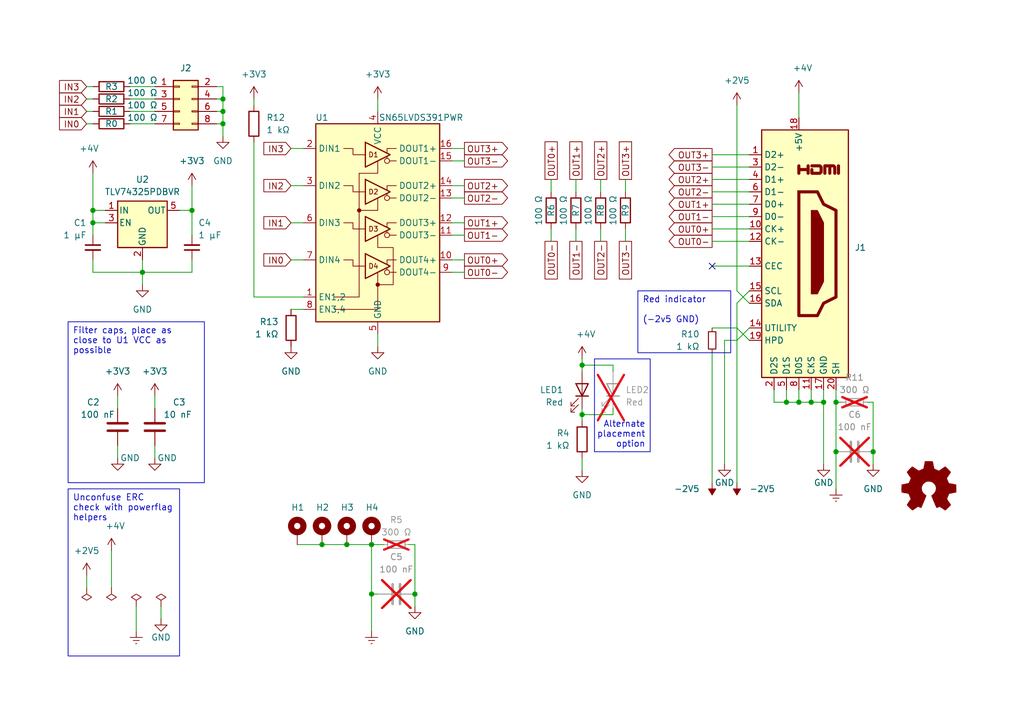
<source format=kicad_sch>
(kicad_sch (version 20230121) (generator eeschema)
  (paper "A5")
  (title_block (title "LaPOD SN65LVDS pod") (company "Sergey Petrukhin, Peter Lampe, Nikki Smith & Olliver Schinagl") (comment 1 "AGPLv3 © 2023 Olliver Schinagl et al"))
  (lib_symbols
    (symbol "+4V_3" (power) (pin_names (offset 0))
      (property "Value" "+4V_3" (at 0 3.556 0))
      (symbol "+4V_3_0_1"
        (polyline (pts (xy -0.762 1.27) (xy 0 2.54)))
        (polyline (pts (xy 0 0) (xy 0 2.54)))
        (polyline (pts (xy 0 2.54) (xy 0.762 1.27)))
      )
      (symbol "+4V_3_1_1"
        (pin power_in line (at 0 0 90) (length 0) hide (name "+4V") (number "1"))
      )
    )
    (symbol "Connector:HDMI_A"
      (property "Reference" "J1" (at 11.43 1.27 0))
      (symbol "HDMI_A_0_0"
        (polyline (pts (xy 8.128 16.51) (xy 8.128 18.034)) (stroke (width 0.635)))
        (polyline (pts (xy 0 16.51) (xy 0 18.034) (xy 0 17.272) (xy 1.905 17.272) (xy 1.905 18.034) (xy 1.905 16.51)) (stroke (width 0.635)))
        (polyline (pts (xy 2.667 18.034) (xy 4.318 18.034) (xy 4.572 17.78) (xy 4.572 16.764) (xy 4.318 16.51) (xy 2.667 16.51) (xy 2.667 17.272)) (stroke (width 0.635)))
      )
      (symbol "HDMI_A_0_1"
        (rectangle (start -7.62 25.4) (end 10.16 -25.4) (stroke (width 0.254)) (fill (type background)))
        (polyline (pts (xy 2.54 8.89) (xy 3.81 8.89) (xy 5.08 6.35) (xy 5.08 -5.715) (xy 3.81 -8.255) (xy 2.54 -8.255) (xy 2.54 8.89)) (fill (type outline)))
        (polyline (pts (xy 5.334 16.51) (xy 5.334 18.034) (xy 6.35 18.034) (xy 6.35 16.51) (xy 6.35 18.034) (xy 7.112 18.034) (xy 7.366 17.78) (xy 7.366 16.51)) (stroke (width 0.635)))
        (polyline (pts (xy 0 12.7) (xy 0 -12.7) (xy 3.81 -12.7) (xy 5.08 -10.16) (xy 7.62 -8.89) (xy 7.62 8.89) (xy 5.08 10.16) (xy 3.81 12.7) (xy 0 12.7)) (stroke (width 0.635)))
      )
      (symbol "HDMI_A_1_1"
        (pin passive line (at -10.16 20.32 0) (length 2.54) (name "D2+") (number "1"))
        (pin passive line (at -10.16 5.08 0) (length 2.54) (name "CK+") (number "10"))
        (pin power_in line (at 2.54 -27.94 90) (length 2.54) (name "CKS") (number "11"))
        (pin passive line (at -10.16 2.54 0) (length 2.54) (name "CK-") (number "12"))
        (pin bidirectional line (at -10.16 -2.54 0) (length 2.54) (name "CEC") (number "13"))
        (pin passive line (at -10.16 -15.24 0) (length 2.54) (name "UTILITY") (number "14"))
        (pin power_out line (at -10.16 -7.62 0) (length 2.54) (name "SCL") (number "15"))
        (pin power_in line (at -10.16 -10.16 0) (length 2.54) (name "SDA") (number "16"))
        (pin power_in line (at 5.08 -27.94 90) (length 2.54) (name "GND") (number "17"))
        (pin power_in line (at 0 27.94 270) (length 2.54) (name "+5V") (number "18"))
        (pin passive line (at -10.16 -17.78 0) (length 2.54) (name "HPD") (number "19"))
        (pin power_in line (at -5.08 -27.94 90) (length 2.54) (name "D2S") (number "2"))
        (pin passive line (at 7.62 -27.94 90) (length 2.54) (name "SH") (number "20"))
        (pin passive line (at -10.16 17.78 0) (length 2.54) (name "D2-") (number "3"))
        (pin passive line (at -10.16 15.24 0) (length 2.54) (name "D1+") (number "4"))
        (pin power_in line (at -2.54 -27.94 90) (length 2.54) (name "D1S") (number "5"))
        (pin passive line (at -10.16 12.7 0) (length 2.54) (name "D1-") (number "6"))
        (pin passive line (at -10.16 10.16 0) (length 2.54) (name "D0+") (number "7"))
        (pin power_in line (at 0 -27.94 90) (length 2.54) (name "D0S") (number "8"))
        (pin passive line (at -10.16 7.62 0) (length 2.54) (name "D0-") (number "9"))
      )
    )
    (symbol "Connector_Generic:Conn_02x04_Odd_Even" (pin_names (offset 1.016) hide)
      (property "Reference" "J" (at 1.27 5.08 0))
      (property "Value" "Conn_02x04_Odd_Even" (at 1.27 -7.62 0))
      (symbol "Conn_02x04_Odd_Even_1_1"
        (rectangle (start -1.27 -4.953) (end 0 -5.207) (stroke (width 0.1524)))
        (rectangle (start -1.27 -2.413) (end 0 -2.667) (stroke (width 0.1524)))
        (rectangle (start -1.27 0.127) (end 0 -0.127) (stroke (width 0.1524)))
        (rectangle (start -1.27 2.667) (end 0 2.413) (stroke (width 0.1524)))
        (rectangle (start -1.27 3.81) (end 3.81 -6.35) (stroke (width 0.254)) (fill (type background)))
        (rectangle (start 3.81 -4.953) (end 2.54 -5.207) (stroke (width 0.1524)))
        (rectangle (start 3.81 -2.413) (end 2.54 -2.667) (stroke (width 0.1524)))
        (rectangle (start 3.81 0.127) (end 2.54 -0.127) (stroke (width 0.1524)))
        (rectangle (start 3.81 2.667) (end 2.54 2.413) (stroke (width 0.1524)))
        (pin passive line (at -5.08 2.54 0) (length 3.81) (name "Pin_1") (number "1"))
        (pin passive line (at 7.62 2.54 180) (length 3.81) (name "Pin_2") (number "2"))
        (pin passive line (at -5.08 0 0) (length 3.81) (name "Pin_3") (number "3"))
        (pin passive line (at 7.62 0 180) (length 3.81) (name "Pin_4") (number "4"))
        (pin passive line (at -5.08 -2.54 0) (length 3.81) (name "Pin_5") (number "5"))
        (pin passive line (at 7.62 -2.54 180) (length 3.81) (name "Pin_6") (number "6"))
        (pin passive line (at -5.08 -5.08 0) (length 3.81) (name "Pin_7") (number "7"))
        (pin passive line (at 7.62 -5.08 180) (length 3.81) (name "Pin_8") (number "8"))
      )
    )
    (symbol "Device:C" (pin_numbers hide) (pin_names (offset 0.254))
      (property "Reference" "C" (at 0.635 2.54 0))
      (property "Value" "C" (at 0.635 -2.54 0))
      (symbol "C_0_1"
        (polyline (pts (xy -2.032 -0.762) (xy 2.032 -0.762)) (stroke (width 0.508)))
        (polyline (pts (xy -2.032 0.762) (xy 2.032 0.762)) (stroke (width 0.508)))
      )
      (symbol "C_1_1"
        (pin passive line (at 0 3.81 270) (length 2.794) (name "~") (number "1"))
        (pin passive line (at 0 -3.81 90) (length 2.794) (name "~") (number "2"))
      )
    )
    (symbol "Device:C_Small" (pin_numbers hide) (pin_names (offset 0.254) hide)
      (property "Reference" "C" (at 0.254 1.778 0))
      (property "Value" "C_Small" (at 0.254 -2.032 0))
      (symbol "C_Small_0_1"
        (polyline (pts (xy -1.524 -0.508) (xy 1.524 -0.508)) (stroke (width 0.3302)))
        (polyline (pts (xy -1.524 0.508) (xy 1.524 0.508)) (stroke (width 0.3048)))
      )
      (symbol "C_Small_1_1"
        (pin passive line (at 0 2.54 270) (length 2.032) (name "~") (number "1"))
        (pin passive line (at 0 -2.54 90) (length 2.032) (name "~") (number "2"))
      )
    )
    (symbol "Device:LED" (pin_numbers hide) (pin_names (offset 1.016) hide)
      (property "Reference" "D" (at 0 2.54 0))
      (property "Value" "LED" (at 0 -2.54 0))
      (symbol "LED_0_1"
        (polyline (pts (xy -1.27 -1.27) (xy -1.27 1.27)) (stroke (width 0.254)))
        (polyline (pts (xy -1.27 0) (xy 1.27 0)))
        (polyline (pts (xy 1.27 -1.27) (xy 1.27 1.27) (xy -1.27 0) (xy 1.27 -1.27)) (stroke (width 0.254)))
        (polyline (pts (xy -3.048 -0.762) (xy -4.572 -2.286) (xy -3.81 -2.286) (xy -4.572 -2.286) (xy -4.572 -1.524)))
        (polyline (pts (xy -1.778 -0.762) (xy -3.302 -2.286) (xy -2.54 -2.286) (xy -3.302 -2.286) (xy -3.302 -1.524)))
      )
      (symbol "LED_1_1"
        (pin passive line (at -3.81 0 0) (length 2.54) (name "K") (number "1"))
        (pin passive line (at 3.81 0 180) (length 2.54) (name "A") (number "2"))
      )
    )
    (symbol "Device:R" (pin_numbers hide) (pin_names (offset 0))
      (property "Reference" "R" (at 2.032 0 90))
      (property "Value" "R" (at 0 0 90))
      (symbol "R_0_1"
        (rectangle (start -1.016 -2.54) (end 1.016 2.54) (stroke (width 0.254)))
      )
      (symbol "R_1_1"
        (pin passive line (at 0 3.81 270) (length 1.27) (name "~") (number "1"))
        (pin passive line (at 0 -3.81 90) (length 1.27) (name "~") (number "2"))
      )
    )
    (symbol "Device:R_Small" (pin_numbers hide) (pin_names (offset 0.254) hide)
      (property "Reference" "R" (at 0.762 0.508 0))
      (property "Value" "R_Small" (at 0.762 -1.016 0))
      (symbol "R_Small_0_1"
        (rectangle (start -0.762 1.778) (end 0.762 -1.778) (stroke (width 0.2032)))
      )
      (symbol "R_Small_1_1"
        (pin passive line (at 0 2.54 270) (length 0.762) (name "~") (number "1"))
        (pin passive line (at 0 -2.54 90) (length 0.762) (name "~") (number "2"))
      )
    )
    (symbol "GND_7" (power) (pin_names (offset 0))
      (property "Value" "GND_7" (at 0 -3.81 0))
      (symbol "GND_7_0_1"
        (polyline (pts (xy 0 0) (xy 0 -1.27) (xy 1.27 -1.27) (xy 0 -2.54) (xy -1.27 -1.27) (xy 0 -1.27)))
      )
      (symbol "GND_7_1_1"
        (pin power_in line (at 0 0 270) (length 0) hide (name "GND") (number "1"))
      )
    )
    (symbol "Graphic:Logo_Open_Hardware_Small" (in_bom no) (on_board no)
      (symbol "Logo_Open_Hardware_Small_0_1"
        (polyline (pts (xy 3.3528 -4.3434) (xy 3.302 -4.318) (xy 3.175 -4.2418) (xy 2.9972 -4.1148) (xy 2.7686 -3.9624) (xy 2.54 -3.81) (xy 2.3622 -3.7084) (xy 2.2352 -3.6068) (xy 2.1844 -3.5814) (xy 2.159 -3.6068) (xy 2.0574 -3.6576) (xy 1.905 -3.7338) (xy 1.8034 -3.7846) (xy 1.6764 -3.8354) (xy 1.6002 -3.8354) (xy 1.6002 -3.8354) (xy 1.5494 -3.7338) (xy 1.4732 -3.5306) (xy 1.3462 -3.302) (xy 1.2446 -3.0226) (xy 1.1176 -2.7178) (xy 0.9652 -2.413) (xy 0.8636 -2.1082) (xy 0.7366 -1.8288) (xy 0.6604 -1.6256) (xy 0.6096 -1.4732) (xy 0.5842 -1.397) (xy 0.5842 -1.397) (xy 0.6604 -1.3208) (xy 0.7874 -1.2446) (xy 1.0414 -1.016) (xy 1.2954 -0.6858) (xy 1.4478 -0.3302) (xy 1.524 0.0762) (xy 1.4732 0.4572) (xy 1.3208 0.8128) (xy 1.0668 1.143) (xy 0.762 1.3716) (xy 0.4064 1.524) (xy 0 1.5748) (xy -0.381 1.5494) (xy -0.7366 1.397) (xy -1.0668 1.143) (xy -1.2192 0.9906) (xy -1.397 0.6604) (xy -1.524 0.3048) (xy -1.524 0.2286) (xy -1.4986 -0.1778) (xy -1.397 -0.5334) (xy -1.1938 -0.8636) (xy -0.9144 -1.143) (xy -0.8636 -1.1684) (xy -0.7366 -1.27) (xy -0.635 -1.3462) (xy -0.5842 -1.397) (xy -1.0668 -2.5908) (xy -1.143 -2.794) (xy -1.2954 -3.1242) (xy -1.397 -3.4036) (xy -1.4986 -3.6322) (xy -1.5748 -3.7846) (xy -1.6002 -3.8354) (xy -1.6002 -3.8354) (xy -1.651 -3.8354) (xy -1.7272 -3.81) (xy -1.905 -3.7338) (xy -2.0066 -3.683) (xy -2.1336 -3.6068) (xy -2.2098 -3.5814) (xy -2.2606 -3.6068) (xy -2.3622 -3.683) (xy -2.54 -3.81) (xy -2.7686 -3.9624) (xy -2.9718 -4.0894) (xy -3.1496 -4.2164) (xy -3.302 -4.318) (xy -3.3528 -4.3434) (xy -3.3782 -4.3434) (xy -3.429 -4.318) (xy -3.5306 -4.2164) (xy -3.7084 -4.064) (xy -3.937 -3.8354) (xy -3.9624 -3.81) (xy -4.1656 -3.6068) (xy -4.318 -3.4544) (xy -4.4196 -3.3274) (xy -4.445 -3.2766) (xy -4.445 -3.2766) (xy -4.4196 -3.2258) (xy -4.318 -3.0734) (xy -4.2164 -2.8956) (xy -4.064 -2.667) (xy -3.6576 -2.0828) (xy -3.8862 -1.5494) (xy -3.937 -1.3716) (xy -4.0386 -1.1684) (xy -4.0894 -1.0414) (xy -4.1148 -0.9652) (xy -4.191 -0.9398) (xy -4.318 -0.9144) (xy -4.5466 -0.8636) (xy -4.8006 -0.8128) (xy -5.0546 -0.7874) (xy -5.2578 -0.7366) (xy -5.4356 -0.7112) (xy -5.5118 -0.6858) (xy -5.5118 -0.6858) (xy -5.5372 -0.635) (xy -5.5372 -0.5588) (xy -5.5372 -0.4318) (xy -5.5626 -0.2286) (xy -5.5626 0.0762) (xy -5.5626 0.127) (xy -5.5372 0.4064) (xy -5.5372 0.635) (xy -5.5372 0.762) (xy -5.5372 0.8382) (xy -5.5372 0.8382) (xy -5.461 0.8382) (xy -5.3086 0.889) (xy -5.08 0.9144) (xy -4.826 0.9652) (xy -4.8006 0.9906) (xy -4.5466 1.0414) (xy -4.318 1.0668) (xy -4.1656 1.1176) (xy -4.0894 1.143) (xy -4.0894 1.143) (xy -4.0386 1.2446) (xy -3.9624 1.4224) (xy -3.8608 1.6256) (xy -3.7846 1.8288) (xy -3.7084 2.0066) (xy -3.6576 2.159) (xy -3.6322 2.2098) (xy -3.6322 2.2098) (xy -3.683 2.286) (xy -3.7592 2.413) (xy -3.8862 2.5908) (xy -4.064 2.8194) (xy -4.064 2.8448) (xy -4.2164 3.0734) (xy -4.3434 3.2512) (xy -4.4196 3.3782) (xy -4.445 3.4544) (xy -4.445 3.4544) (xy -4.3942 3.5052) (xy -4.2926 3.6322) (xy -4.1148 3.81) (xy -3.937 4.0132) (xy -3.8608 4.064) (xy -3.6576 4.2926) (xy -3.5052 4.4196) (xy -3.4036 4.4958) (xy -3.3528 4.5212) (xy -3.3528 4.5212) (xy -3.302 4.4704) (xy -3.1496 4.3688) (xy -2.9718 4.2418) (xy -2.7432 4.0894) (xy -2.7178 4.0894) (xy -2.4892 3.937) (xy -2.3114 3.81) (xy -2.1844 3.7084) (xy -2.1336 3.683) (xy -2.1082 3.683) (xy -2.032 3.7084) (xy -1.8542 3.7592) (xy -1.6764 3.8354) (xy -1.4732 3.937) (xy -1.27 4.0132) (xy -1.143 4.064) (xy -1.0668 4.1148) (xy -1.0668 4.1148) (xy -1.0414 4.191) (xy -1.016 4.3434) (xy -0.9652 4.572) (xy -0.9144 4.8514) (xy -0.889 4.9022) (xy -0.8382 5.1562) (xy -0.8128 5.3848) (xy -0.7874 5.5372) (xy -0.762 5.588) (xy -0.7112 5.6134) (xy -0.5842 5.6134) (xy -0.4064 5.6134) (xy -0.1524 5.6134) (xy 0.0762 5.6134) (xy 0.3302 5.6134) (xy 0.5334 5.6134) (xy 0.6858 5.588) (xy 0.7366 5.588) (xy 0.7366 5.588) (xy 0.762 5.5118) (xy 0.8128 5.334) (xy 0.8382 5.1054) (xy 0.9144 4.826) (xy 0.9144 4.7752) (xy 0.9652 4.5212) (xy 1.016 4.2926) (xy 1.0414 4.1402) (xy 1.0668 4.0894) (xy 1.0668 4.0894) (xy 1.1938 4.0386) (xy 1.3716 3.9624) (xy 1.5748 3.8608) (xy 2.0828 3.6576) (xy 2.7178 4.0894) (xy 2.7686 4.1402) (xy 2.9972 4.2926) (xy 3.175 4.4196) (xy 3.302 4.4958) (xy 3.3782 4.5212) (xy 3.3782 4.5212) (xy 3.429 4.4704) (xy 3.556 4.3434) (xy 3.7338 4.191) (xy 3.9116 3.9878) (xy 4.064 3.8354) (xy 4.2418 3.6576) (xy 4.3434 3.556) (xy 4.4196 3.4798) (xy 4.4196 3.429) (xy 4.4196 3.4036) (xy 4.3942 3.3274) (xy 4.2926 3.2004) (xy 4.1656 2.9972) (xy 4.0132 2.794) (xy 3.8862 2.5908) (xy 3.7592 2.3876) (xy 3.6576 2.2352) (xy 3.6322 2.159) (xy 3.6322 2.1336) (xy 3.683 2.0066) (xy 3.7592 1.8288) (xy 3.8608 1.6002) (xy 4.064 1.1176) (xy 4.3942 1.0414) (xy 4.5974 1.016) (xy 4.8768 0.9652) (xy 5.1308 0.9144) (xy 5.5372 0.8382) (xy 5.5626 -0.6604) (xy 5.4864 -0.6858) (xy 5.4356 -0.6858) (xy 5.2832 -0.7366) (xy 5.0546 -0.762) (xy 4.8006 -0.8128) (xy 4.5974 -0.8636) (xy 4.3688 -0.9144) (xy 4.2164 -0.9398) (xy 4.1402 -0.9398) (xy 4.1148 -0.9652) (xy 4.064 -1.0668) (xy 3.9878 -1.2446) (xy 3.9116 -1.4478) (xy 3.81 -1.651) (xy 3.7338 -1.8542) (xy 3.683 -2.0066) (xy 3.6576 -2.0828) (xy 3.683 -2.1336) (xy 3.7846 -2.2606) (xy 3.8862 -2.4638) (xy 4.0386 -2.667) (xy 4.191 -2.8956) (xy 4.318 -3.0734) (xy 4.3942 -3.2004) (xy 4.445 -3.2766) (xy 4.4196 -3.3274) (xy 4.3434 -3.429) (xy 4.1656 -3.5814) (xy 3.937 -3.8354) (xy 3.8862 -3.8608) (xy 3.683 -4.064) (xy 3.5306 -4.2164) (xy 3.4036 -4.318) (xy 3.3528 -4.3434)) (fill (type outline)))
      )
    )
    (symbol "LCSC:SN65LVDS31D"
      (property "Reference" "U1" (at -11.43 19.05 0))
      (property "Value" "SN65LVDS391PWR" (at 8.89 19.05 0))
      (symbol "SN65LVDS31D_0_1"
        (polyline (pts (xy 1.905 -12.192) (xy 1.905 -11.811)))
        (polyline (pts (xy 1.905 -4.572) (xy 1.905 -4.191)))
        (polyline (pts (xy 1.905 3.048) (xy 1.905 3.429)))
        (polyline (pts (xy 1.905 10.668) (xy 1.905 11.049)))
        (polyline (pts (xy -8.89 -17.78) (xy -3.81 -17.78) (xy -3.81 7.62)))
        (polyline (pts (xy 0 10.16) (xy 0 7.62) (xy -3.81 7.62)))
        (polyline (pts (xy 3.81 -2.54) (xy 1.905 -2.54) (xy 1.905 -3.429)))
      )
      (symbol "SN65LVDS31D_1_0"
        (rectangle (start -12.7 17.78) (end 12.7 -22.86) (stroke (width 0.254)) (fill (type background)))
        (circle (center -3.81 0) (radius 0.3556) (fill (type outline)))
        (circle (center 0 -15.24) (radius 0.3556) (fill (type outline)))
        (polyline (pts (xy 3.81 -12.7) (xy 2.413 -12.7)))
        (polyline (pts (xy 3.81 -5.08) (xy 2.413 -5.08)))
        (polyline (pts (xy 3.81 2.54) (xy 2.413 2.54)))
        (polyline (pts (xy 3.81 10.16) (xy 2.413 10.16)))
        (polyline (pts (xy -8.89 -20.32) (xy 0 -20.32) (xy 0 -12.7)))
        (polyline (pts (xy -3.81 0) (xy 0 0) (xy 0 2.54)))
        (polyline (pts (xy 1.905 -11.049) (xy 1.905 -10.16) (xy 3.81 -10.16)))
        (polyline (pts (xy 1.905 4.191) (xy 1.905 5.08) (xy 3.81 5.08)))
        (polyline (pts (xy 1.905 11.811) (xy 1.905 12.7) (xy 3.81 12.7)))
        (polyline (pts (xy -2.54 -11.43) (xy -5.08 -11.43) (xy -5.08 -10.16) (xy -6.985 -10.16)))
        (polyline (pts (xy -2.54 -3.81) (xy -5.08 -3.81) (xy -5.08 -2.54) (xy -6.985 -2.54)))
        (polyline (pts (xy -2.54 3.81) (xy -5.08 3.81) (xy -5.08 5.08) (xy -6.985 5.08)))
        (polyline (pts (xy -2.54 11.43) (xy -5.08 11.43) (xy -5.08 12.7) (xy -6.985 12.7)))
        (polyline (pts (xy 0 -15.24) (xy 3.175 -15.24) (xy 3.175 -7.62) (xy 0 -7.62) (xy 0 -5.08)))
        (circle (center 1.905 -12.7) (radius 0.508))
        (circle (center 1.905 -5.08) (radius 0.508))
        (circle (center 1.905 2.54) (radius 0.508))
        (circle (center 1.905 10.16) (radius 0.508))
        (text "D1" (at -0.889 11.43 0) (effects (font (size 1.016 1.016))))
        (text "D2" (at -0.889 3.81 0) (effects (font (size 1.016 1.016))))
        (text "D3" (at -0.889 -3.81 0) (effects (font (size 1.016 1.016))))
        (text "D4" (at -0.889 -11.43 0) (effects (font (size 1.016 1.016))))
      )
      (symbol "SN65LVDS31D_1_1"
        (polyline (pts (xy -2.54 -8.89) (xy -2.54 -13.97) (xy 2.54 -11.43) (xy -2.54 -8.89)) (stroke (width 0.254)))
        (polyline (pts (xy -2.54 -1.27) (xy -2.54 -6.35) (xy 2.54 -3.81) (xy -2.54 -1.27)) (stroke (width 0.254)))
        (polyline (pts (xy -2.54 6.35) (xy -2.54 1.27) (xy 2.54 3.81) (xy -2.54 6.35)) (stroke (width 0.254)))
        (polyline (pts (xy -2.54 13.97) (xy -2.54 8.89) (xy 2.54 11.43) (xy -2.54 13.97)) (stroke (width 0.254)))
        (pin input line (at -15.24 -17.78 0) (length 2.54) (name "EN1,2") (number "1"))
        (pin output line (at 15.24 -10.16 180) (length 2.54) (name "DOUT4+") (number "10"))
        (pin output line (at 15.24 -5.08 180) (length 2.54) (name "DOUT3-") (number "11"))
        (pin output line (at 15.24 -2.54 180) (length 2.54) (name "DOUT3+") (number "12"))
        (pin output line (at 15.24 2.54 180) (length 2.54) (name "DOUT2-") (number "13"))
        (pin output line (at 15.24 5.08 180) (length 2.54) (name "DOUT2+") (number "14"))
        (pin output line (at 15.24 10.16 180) (length 2.54) (name "DOUT1-") (number "15"))
        (pin output line (at 15.24 12.7 180) (length 2.54) (name "DOUT1+") (number "16"))
        (pin input line (at -15.24 12.7 0) (length 2.54) (name "DIN1") (number "2"))
        (pin input line (at -15.24 5.08 0) (length 2.54) (name "DIN2") (number "3"))
        (pin power_in line (at 0 20.32 270) (length 2.54) (name "VCC") (number "4"))
        (pin power_in line (at 0 -25.4 90) (length 2.54) (name "GND") (number "5"))
        (pin input line (at -15.24 -2.54 0) (length 2.54) (name "DIN3") (number "6"))
        (pin input line (at -15.24 -10.16 0) (length 2.54) (name "DIN4") (number "7"))
        (pin input line (at -15.24 -20.32 0) (length 2.54) (name "EN3,4") (number "8"))
        (pin output line (at 15.24 -12.7 180) (length 2.54) (name "DOUT4-") (number "9"))
      )
    )
    (symbol "Mechanical:MountingHole_Pad" (pin_numbers hide) (pin_names (offset 1.016) hide)
      (property "Reference" "H" (at 0 6.35 0))
      (property "Value" "MountingHole_Pad" (at 0 4.445 0))
      (symbol "MountingHole_Pad_0_1"
        (circle (center 0 1.27) (radius 1.27) (stroke (width 1.27)))
      )
      (symbol "MountingHole_Pad_1_1"
        (pin input line (at 0 -2.54 90) (length 2.54) (name "1") (number "1"))
      )
    )
    (symbol "Regulator_Linear:TLV73330PDBV" (pin_names (offset 0.254))
      (property "Reference" "U" (at -3.81 5.715 0))
      (property "Value" "TLV73330PDBV" (at 0 5.715 0))
      (symbol "TLV73330PDBV_0_1"
        (rectangle (start -5.08 4.445) (end 5.08 -5.08) (stroke (width 0.254)) (fill (type background)))
      )
      (symbol "TLV73330PDBV_1_1"
        (pin power_in line (at -7.62 2.54 0) (length 2.54) (name "IN") (number "1"))
        (pin power_in line (at 0 -7.62 90) (length 2.54) (name "GND") (number "2"))
        (pin input line (at -7.62 0 0) (length 2.54) (name "EN") (number "3"))
        (pin no_connect line (at 5.08 0 180) (length 2.54) hide (name "NC") (number "4"))
        (pin power_out line (at 7.62 2.54 180) (length 2.54) (name "OUT") (number "5"))
      )
    )
    (symbol "power:+2V5" (power) (pin_names (offset 0))
      (property "Value" "+2V5" (at 0 3.556 0))
      (symbol "+2V5_0_1"
        (polyline (pts (xy -0.762 1.27) (xy 0 2.54)))
        (polyline (pts (xy 0 0) (xy 0 2.54)))
        (polyline (pts (xy 0 2.54) (xy 0.762 1.27)))
      )
      (symbol "+2V5_1_1"
        (pin power_in line (at 0 0 90) (length 0) hide (name "+2V5") (number "1"))
      )
    )
    (symbol "power:+3V3" (power) (pin_names (offset 0))
      (property "Value" "+3V3" (at 0 3.556 0))
      (symbol "+3V3_0_1"
        (polyline (pts (xy -0.762 1.27) (xy 0 2.54)))
        (polyline (pts (xy 0 0) (xy 0 2.54)))
        (polyline (pts (xy 0 2.54) (xy 0.762 1.27)))
      )
      (symbol "+3V3_1_1"
        (pin power_in line (at 0 0 90) (length 0) hide (name "+3V3") (number "1"))
      )
    )
    (symbol "power:+4V" (power) (pin_names (offset 0))
      (property "Value" "+4V" (at 0 3.556 0))
      (symbol "+4V_0_1"
        (polyline (pts (xy -0.762 1.27) (xy 0 2.54)))
        (polyline (pts (xy 0 0) (xy 0 2.54)))
        (polyline (pts (xy 0 2.54) (xy 0.762 1.27)))
      )
      (symbol "+4V_1_1"
        (pin power_in line (at 0 0 90) (length 0) hide (name "+4V") (number "1"))
      )
    )
    (symbol "power:-2V5" (power) (pin_names (offset 0))
      (property "Value" "-2V5" (at 0 3.81 0))
      (symbol "-2V5_0_0"
        (pin power_in line (at 0 0 90) (length 0) hide (name "-2V5") (number "1"))
      )
      (symbol "-2V5_0_1"
        (polyline (pts (xy 0 0) (xy 0 1.27) (xy 0.762 1.27) (xy 0 2.54) (xy -0.762 1.27) (xy 0 1.27)) (fill (type outline)))
      )
    )
    (symbol "power:Earth" (power) (pin_names (offset 0))
      (symbol "Earth_0_1"
        (polyline (pts (xy -0.635 -1.905) (xy 0.635 -1.905)))
        (polyline (pts (xy -0.127 -2.54) (xy 0.127 -2.54)))
        (polyline (pts (xy 0 -1.27) (xy 0 0)))
        (polyline (pts (xy 1.27 -1.27) (xy -1.27 -1.27)))
      )
      (symbol "Earth_1_1"
        (pin power_in line (at 0 0 270) (length 0) hide (name "Earth") (number "1"))
      )
    )
    (symbol "power:GND" (power) (pin_names (offset 0))
      (property "Value" "GND" (at 0 -3.81 0))
      (symbol "GND_0_1"
        (polyline (pts (xy 0 0) (xy 0 -1.27) (xy 1.27 -1.27) (xy 0 -2.54) (xy -1.27 -1.27) (xy 0 -1.27)))
      )
      (symbol "GND_1_1"
        (pin power_in line (at 0 0 270) (length 0) hide (name "GND") (number "1"))
      )
    )
    (symbol "power:PWR_FLAG" (power) (pin_numbers hide) (pin_names (offset 0) hide)
      (property "Value" "PWR_FLAG" (at 0 3.81 0))
      (symbol "PWR_FLAG_0_0"
        (pin power_out line (at 0 0 90) (length 0) (name "pwr") (number "1"))
      )
      (symbol "PWR_FLAG_0_1"
        (polyline (pts (xy 0 0) (xy 0 1.27) (xy -1.016 1.905) (xy 0 2.54) (xy 1.016 1.905) (xy 0 1.27)))
      )
    )
  )
  (junction (at 29.21 55.88))
  (junction (at 119.38 85.09))
  (junction (at 171.45 82.55))
  (junction (at 168.91 82.55))
  (junction (at 163.83 82.55))
  (junction (at 161.29 82.55))
  (junction (at 39.37 43.18))
  (junction (at 171.45 92.71))
  (junction (at 45.72 20.32))
  (junction (at 119.38 74.93))
  (junction (at 76.2 111.76))
  (junction (at 85.09 121.92))
  (junction (at 66.04 111.76))
  (junction (at 179.07 92.71))
  (junction (at 45.72 22.86))
  (junction (at 76.2 121.92))
  (junction (at 19.05 43.18))
  (junction (at 19.05 45.72))
  (junction (at 71.12 111.76))
  (junction (at 45.72 25.4))
  (junction (at 166.37 82.55))
  (no_connect (at 146.05 54.61))
  (wire (pts (xy 151.13 59.69) (xy 153.67 62.23)))
  (wire (pts (xy 92.71 38.1) (xy 95.25 38.1)))
  (wire (pts (xy 92.71 40.64) (xy 95.25 40.64)))
  (wire (pts (xy 85.09 111.76) (xy 83.82 111.76)))
  (wire (pts (xy 119.38 83.82) (xy 119.38 85.09)))
  (wire (pts (xy 26.67 17.78) (xy 31.75 17.78)))
  (wire (pts (xy 92.71 33.02) (xy 95.25 33.02)))
  (wire (pts (xy 146.05 49.53) (xy 153.67 49.53)))
  (wire (pts (xy 17.78 118.11) (xy 17.78 120.65)))
  (wire (pts (xy 151.13 62.23) (xy 151.13 99.06)))
  (wire (pts (xy 76.2 111.76) (xy 78.74 111.76)))
  (wire (pts (xy 179.07 92.71) (xy 179.07 95.25)))
  (wire (pts (xy 77.47 20.32) (xy 77.47 22.86)))
  (wire (pts (xy 146.05 54.61) (xy 153.67 54.61)))
  (wire (pts (xy 31.75 91.44) (xy 31.75 93.98)))
  (wire (pts (xy 92.71 48.26) (xy 95.25 48.26)))
  (wire (pts (xy 163.83 82.55) (xy 161.29 82.55)))
  (wire (pts (xy 45.72 20.32) (xy 45.72 22.86)))
  (wire (pts (xy 151.13 69.85) (xy 153.67 67.31)))
  (wire (pts (xy 59.69 30.48) (xy 62.23 30.48)))
  (wire (pts (xy 45.72 17.78) (xy 45.72 20.32)))
  (wire (pts (xy 33.02 124.46) (xy 33.02 127)))
  (wire (pts (xy 146.05 31.75) (xy 153.67 31.75)))
  (wire (pts (xy 146.05 46.99) (xy 153.67 46.99)))
  (wire (pts (xy 77.47 68.58) (xy 77.47 71.12)))
  (wire (pts (xy 171.45 100.33) (xy 171.45 92.71)))
  (wire (pts (xy 44.45 20.32) (xy 45.72 20.32)))
  (wire (pts (xy 125.73 85.09) (xy 119.38 85.09)))
  (wire (pts (xy 92.71 53.34) (xy 95.25 53.34)))
  (wire (pts (xy 17.78 22.86) (xy 19.05 22.86)))
  (wire (pts (xy 36.83 43.18) (xy 39.37 43.18)))
  (wire (pts (xy 148.59 69.85) (xy 151.13 69.85)))
  (wire (pts (xy 158.75 80.01) (xy 158.75 82.55)))
  (wire (pts (xy 39.37 53.34) (xy 39.37 55.88)))
  (wire (pts (xy 171.45 82.55) (xy 171.45 92.71)))
  (wire (pts (xy 19.05 53.34) (xy 19.05 55.88)))
  (wire (pts (xy 163.83 80.01) (xy 163.83 82.55)))
  (wire (pts (xy 26.67 22.86) (xy 31.75 22.86)))
  (wire (pts (xy 31.75 81.28) (xy 31.75 83.82)))
  (wire (pts (xy 161.29 80.01) (xy 161.29 82.55)))
  (wire (pts (xy 29.21 55.88) (xy 29.21 58.42)))
  (wire (pts (xy 60.96 111.76) (xy 66.04 111.76)))
  (wire (pts (xy 92.71 55.88) (xy 95.25 55.88)))
  (wire (pts (xy 52.07 29.21) (xy 52.07 60.96)))
  (wire (pts (xy 148.59 69.85) (xy 148.59 95.25)))
  (wire (pts (xy 146.05 67.31) (xy 151.13 67.31)))
  (wire (pts (xy 52.07 60.96) (xy 62.23 60.96)))
  (wire (pts (xy 71.12 111.76) (xy 76.2 111.76)))
  (wire (pts (xy 125.73 74.93) (xy 125.73 76.2)))
  (wire (pts (xy 179.07 82.55) (xy 177.8 82.55)))
  (wire (pts (xy 29.21 53.34) (xy 29.21 55.88)))
  (wire (pts (xy 59.69 38.1) (xy 62.23 38.1)))
  (wire (pts (xy 171.45 82.55) (xy 172.72 82.55)))
  (wire (pts (xy 26.67 25.4) (xy 31.75 25.4)))
  (wire (pts (xy 113.03 46.99) (xy 113.03 49.53)))
  (wire (pts (xy 123.19 36.83) (xy 123.19 39.37)))
  (wire (pts (xy 44.45 25.4) (xy 45.72 25.4)))
  (wire (pts (xy 17.78 17.78) (xy 19.05 17.78)))
  (wire (pts (xy 166.37 82.55) (xy 163.83 82.55)))
  (wire (pts (xy 19.05 45.72) (xy 19.05 48.26)))
  (wire (pts (xy 19.05 35.56) (xy 19.05 43.18)))
  (wire (pts (xy 168.91 82.55) (xy 166.37 82.55)))
  (wire (pts (xy 119.38 85.09) (xy 119.38 86.36)))
  (wire (pts (xy 151.13 21.59) (xy 151.13 59.69)))
  (wire (pts (xy 113.03 36.83) (xy 113.03 39.37)))
  (wire (pts (xy 119.38 74.93) (xy 119.38 76.2)))
  (wire (pts (xy 92.71 30.48) (xy 95.25 30.48)))
  (wire (pts (xy 163.83 19.05) (xy 163.83 24.13)))
  (wire (pts (xy 85.09 121.92) (xy 85.09 124.46)))
  (wire (pts (xy 44.45 17.78) (xy 45.72 17.78)))
  (wire (pts (xy 19.05 55.88) (xy 29.21 55.88)))
  (wire (pts (xy 146.05 39.37) (xy 153.67 39.37)))
  (wire (pts (xy 118.11 46.99) (xy 118.11 49.53)))
  (wire (pts (xy 151.13 67.31) (xy 153.67 69.85)))
  (wire (pts (xy 17.78 20.32) (xy 19.05 20.32)))
  (wire (pts (xy 59.69 63.5) (xy 62.23 63.5)))
  (wire (pts (xy 118.11 36.83) (xy 118.11 39.37)))
  (wire (pts (xy 59.69 53.34) (xy 62.23 53.34)))
  (wire (pts (xy 119.38 73.66) (xy 119.38 74.93)))
  (wire (pts (xy 77.47 121.92) (xy 76.2 121.92)))
  (wire (pts (xy 119.38 74.93) (xy 125.73 74.93)))
  (wire (pts (xy 166.37 80.01) (xy 166.37 82.55)))
  (wire (pts (xy 146.05 44.45) (xy 153.67 44.45)))
  (wire (pts (xy 146.05 72.39) (xy 146.05 99.06)))
  (wire (pts (xy 85.09 111.76) (xy 85.09 121.92)))
  (wire (pts (xy 125.73 83.82) (xy 125.73 85.09)))
  (wire (pts (xy 39.37 38.1) (xy 39.37 43.18)))
  (wire (pts (xy 17.78 25.4) (xy 19.05 25.4)))
  (wire (pts (xy 45.72 25.4) (xy 45.72 27.94)))
  (wire (pts (xy 161.29 82.55) (xy 158.75 82.55)))
  (wire (pts (xy 146.05 34.29) (xy 153.67 34.29)))
  (wire (pts (xy 146.05 36.83) (xy 153.67 36.83)))
  (wire (pts (xy 92.71 45.72) (xy 95.25 45.72)))
  (wire (pts (xy 29.21 55.88) (xy 39.37 55.88)))
  (wire (pts (xy 119.38 93.98) (xy 119.38 96.52)))
  (wire (pts (xy 19.05 43.18) (xy 19.05 45.72)))
  (wire (pts (xy 146.05 41.91) (xy 153.67 41.91)))
  (wire (pts (xy 179.07 82.55) (xy 179.07 92.71)))
  (wire (pts (xy 27.94 124.46) (xy 27.94 129.54)))
  (wire (pts (xy 19.05 45.72) (xy 21.59 45.72)))
  (wire (pts (xy 26.67 20.32) (xy 31.75 20.32)))
  (wire (pts (xy 123.19 46.99) (xy 123.19 49.53)))
  (wire (pts (xy 19.05 43.18) (xy 21.59 43.18)))
  (wire (pts (xy 128.27 46.99) (xy 128.27 49.53)))
  (wire (pts (xy 171.45 80.01) (xy 171.45 82.55)))
  (wire (pts (xy 128.27 36.83) (xy 128.27 39.37)))
  (wire (pts (xy 76.2 129.54) (xy 76.2 121.92)))
  (wire (pts (xy 24.13 91.44) (xy 24.13 93.98)))
  (wire (pts (xy 45.72 22.86) (xy 45.72 25.4)))
  (wire (pts (xy 24.13 81.28) (xy 24.13 83.82)))
  (wire (pts (xy 151.13 62.23) (xy 153.67 59.69)))
  (wire (pts (xy 22.86 113.03) (xy 22.86 120.65)))
  (wire (pts (xy 39.37 43.18) (xy 39.37 48.26)))
  (wire (pts (xy 52.07 20.32) (xy 52.07 21.59)))
  (wire (pts (xy 76.2 111.76) (xy 76.2 121.92)))
  (wire (pts (xy 168.91 82.55) (xy 168.91 95.25)))
  (wire (pts (xy 168.91 80.01) (xy 168.91 82.55)))
  (wire (pts (xy 59.69 45.72) (xy 62.23 45.72)))
  (wire (pts (xy 66.04 111.76) (xy 71.12 111.76)))
  (wire (pts (xy 44.45 22.86) (xy 45.72 22.86)))
  (text_box "Alternate placement option" (at 121.92 73.66 0) (size 11.43 19.05) (effects (font (size 1.27 1.27)) (justify right bottom)))
  (text_box "Red indicator\n\n(-2v5 GND)" (at 130.81 59.69 0) (size 19.05 12.7) (effects (font (size 1.27 1.27)) (justify left top)))
  (text_box "Filter caps, place as close to U1 VCC as possible" (at 13.97 66.04 0) (size 27.94 33.02) (effects (font (size 1.27 1.27)) (justify left top)))
  (text_box "Unconfuse ERC check with powerflag helpers" (at 13.97 100.33 0) (size 22.86 34.29) (effects (font (size 1.27 1.27)) (justify left top)))
  (global_label "OUT3+" (shape passive) (at 128.27 36.83 90) (property "Intersheetrefs" "${INTERSHEET_REFS}" (effects hide)))
  (global_label "OUT2-" (shape output) (at 146.05 39.37 180) (property "Intersheetrefs" "${INTERSHEET_REFS}" (effects hide)))
  (global_label "OUT3-" (shape output) (at 146.05 34.29 180) (property "Intersheetrefs" "${INTERSHEET_REFS}" (effects hide)))
  (global_label "OUT0-" (shape passive) (at 113.03 49.53 270) (property "Intersheetrefs" "${INTERSHEET_REFS}" (effects hide)))
  (global_label "OUT1+" (shape passive) (at 118.11 36.83 90) (property "Intersheetrefs" "${INTERSHEET_REFS}" (effects hide)))
  (global_label "OUT3+" (shape output) (at 95.25 30.48 0) (property "Intersheetrefs" "${INTERSHEET_REFS}" (effects hide)))
  (global_label "OUT1+" (shape output) (at 146.05 41.91 180) (property "Intersheetrefs" "${INTERSHEET_REFS}" (effects hide)))
  (global_label "IN0" (shape input) (at 59.69 53.34 180) (property "Intersheetrefs" "${INTERSHEET_REFS}" (effects hide)))
  (global_label "OUT1-" (shape output) (at 146.05 44.45 180) (property "Intersheetrefs" "${INTERSHEET_REFS}" (effects hide)))
  (global_label "OUT0+" (shape passive) (at 113.03 36.83 90) (property "Intersheetrefs" "${INTERSHEET_REFS}" (effects hide)))
  (global_label "IN3" (shape input) (at 17.78 17.78 180) (property "Intersheetrefs" "${INTERSHEET_REFS}" (effects hide)))
  (global_label "OUT3-" (shape output) (at 95.25 33.02 0) (property "Intersheetrefs" "${INTERSHEET_REFS}" (effects hide)))
  (global_label "OUT2+" (shape passive) (at 123.19 36.83 90) (property "Intersheetrefs" "${INTERSHEET_REFS}" (effects hide)))
  (global_label "OUT2+" (shape output) (at 146.05 36.83 180) (property "Intersheetrefs" "${INTERSHEET_REFS}" (effects hide)))
  (global_label "OUT1+" (shape output) (at 95.25 45.72 0) (property "Intersheetrefs" "${INTERSHEET_REFS}" (effects hide)))
  (global_label "IN1" (shape input) (at 59.69 45.72 180) (property "Intersheetrefs" "${INTERSHEET_REFS}" (effects hide)))
  (global_label "IN0" (shape input) (at 17.78 25.4 180) (property "Intersheetrefs" "${INTERSHEET_REFS}" (effects hide)))
  (global_label "OUT0-" (shape output) (at 146.05 49.53 180) (property "Intersheetrefs" "${INTERSHEET_REFS}" (effects hide)))
  (global_label "OUT1-" (shape output) (at 95.25 48.26 0) (property "Intersheetrefs" "${INTERSHEET_REFS}" (effects hide)))
  (global_label "OUT2-" (shape output) (at 95.25 40.64 0) (property "Intersheetrefs" "${INTERSHEET_REFS}" (effects hide)))
  (global_label "OUT0-" (shape output) (at 95.25 55.88 0) (property "Intersheetrefs" "${INTERSHEET_REFS}" (effects hide)))
  (global_label "OUT0+" (shape output) (at 95.25 53.34 0) (property "Intersheetrefs" "${INTERSHEET_REFS}" (effects hide)))
  (global_label "IN2" (shape input) (at 17.78 20.32 180) (property "Intersheetrefs" "${INTERSHEET_REFS}" (effects hide)))
  (global_label "OUT2-" (shape passive) (at 123.19 49.53 270) (property "Intersheetrefs" "${INTERSHEET_REFS}" (effects hide)))
  (global_label "OUT3+" (shape output) (at 146.05 31.75 180) (property "Intersheetrefs" "${INTERSHEET_REFS}" (effects hide)))
  (global_label "OUT0+" (shape output) (at 146.05 46.99 180) (property "Intersheetrefs" "${INTERSHEET_REFS}" (effects hide)))
  (global_label "IN3" (shape input) (at 59.69 30.48 180) (property "Intersheetrefs" "${INTERSHEET_REFS}" (effects hide)))
  (global_label "IN2" (shape input) (at 59.69 38.1 180) (property "Intersheetrefs" "${INTERSHEET_REFS}" (effects hide)))
  (global_label "OUT2+" (shape output) (at 95.25 38.1 0) (property "Intersheetrefs" "${INTERSHEET_REFS}" (effects hide)))
  (global_label "OUT3-" (shape passive) (at 128.27 49.53 270) (property "Intersheetrefs" "${INTERSHEET_REFS}" (effects hide)))
  (global_label "OUT1-" (shape passive) (at 118.11 49.53 270) (property "Intersheetrefs" "${INTERSHEET_REFS}" (effects hide)))
  (global_label "IN1" (shape input) (at 17.78 22.86 180) (property "Intersheetrefs" "${INTERSHEET_REFS}" (effects hide)))
  (symbol (lib_id "power:-2V5") (at 146.05 99.06 180) (unit 1)
    (property "Reference" "#PWR016" (effects hide))
    (property "Value" "-2V5" (at 143.51 100.33 0) (effects (justify left)))
  )
  (symbol (lib_id "Device:R") (at 118.11 43.18 180) (unit 1)
    (property "Reference" "R7" (at 118.11 43.18 90))
    (property "Value" "100 Ω" (at 115.57 43.18 90))
    (property "Footprint" "Resistor_SMD:R_0805_2012Metric_Pad1.20x1.40mm_HandSolder" (effects hide))
    (property "LCSC" "C17408" (effects hide))
    (property "package" "0805" (effects hide))
    (property "power" "125 mW" (effects hide))
    (property "tolerance" "1%" (effects hide))
  )
  (symbol (lib_id "Device:C") (at 175.26 92.71 270) (mirror x) (unit 1) (dnp yes)
    (property "Reference" "C6" (at 175.26 85.09 90))
    (property "Value" "100 nF" (at 175.26 87.63 90))
    (property "Footprint" "Capacitor_SMD:C_0603_1608Metric_Pad1.08x0.95mm_HandSolder" (effects hide))
    (property "LCSC" "C14663" (effects hide))
    (property "package" "0603" (effects hide))
    (property "tolerance" "10%" (effects hide))
  )
  (symbol (lib_id "power:GND") (at 179.07 95.25 0) (mirror y) (unit 1)
    (property "Reference" "#PWR023" (effects hide))
    (property "Value" "GND" (at 179.07 100.33 0))
  )
  (symbol (lib_id "Device:R") (at 52.07 25.4 0) (unit 1)
    (property "Reference" "R12" (at 54.61 24.13 0) (effects (justify left)))
    (property "Value" "1 kΩ" (at 54.61 26.67 0) (effects (justify left)))
    (property "Footprint" "Resistor_SMD:R_0805_2012Metric_Pad1.20x1.40mm_HandSolder" (effects hide))
    (property "LCSC" "C17513" (effects hide))
    (property "package" "0805" (effects hide))
    (property "power" "125 mW" (effects hide))
    (property "tolerance" "1%" (effects hide))
  )
  (symbol (lib_id "power:+4V") (at 19.05 35.56 0) (mirror y) (unit 1)
    (property "Reference" "#PWR01" (effects hide))
    (property "Value" "+4V" (at 20.32 30.48 0) (effects (justify left)))
  )
  (symbol (lib_id "power:GND") (at 148.59 95.25 0) (unit 1)
    (property "Reference" "#PWR017" (effects hide))
    (property "Value" "GND" (at 148.59 99.06 0))
  )
  (symbol (lib_id "Device:R") (at 22.86 22.86 90) (unit 1)
    (property "Reference" "R1" (at 22.86 22.86 90))
    (property "Value" "100 Ω" (at 29.21 21.59 90))
    (property "Footprint" "Resistor_SMD:R_0805_2012Metric_Pad1.20x1.40mm_HandSolder" (effects hide))
    (property "LCSC" "C17408" (effects hide))
    (property "package" "0805" (effects hide))
    (property "power" "125 mW" (effects hide))
    (property "tolerance" "1%" (effects hide))
  )
  (symbol (lib_id "power:+3V3") (at 31.75 81.28 0) (unit 1)
    (property "Reference" "#PWR05" (effects hide))
    (property "Value" "+3V3" (at 31.75 76.2 0))
  )
  (symbol (lib_id "Device:C_Small") (at 19.05 50.8 0) (unit 1)
    (property "Reference" "C1" (at 17.78 45.72 0) (effects (justify right)))
    (property "Value" "1 μF" (at 17.78 48.26 0) (effects (justify right)))
    (property "Footprint" "Capacitor_SMD:C_0805_2012Metric_Pad1.18x1.45mm_HandSolder" (effects hide))
    (property "LCSC" "C28323" (effects hide))
    (property "package" "0805" (effects hide))
    (property "tolerance" "10%" (effects hide))
  )
  (symbol (lib_id "power:GND") (at 168.91 95.25 0) (unit 1)
    (property "Reference" "#PWR021" (effects hide))
    (property "Value" "GND" (at 168.91 99.06 0))
  )
  (symbol (lib_id "power:PWR_FLAG") (at 27.94 124.46 0) (unit 1)
    (property "Reference" "#FLG04" (effects hide))
    (property "Value" "PWR_FLAG" (effects hide))
  )
  (symbol (lib_id "power:PWR_FLAG") (at 22.86 120.65 180) (unit 1)
    (property "Reference" "#FLG03" (effects hide))
    (property "Value" "PWR_FLAG" (effects hide))
  )
  (symbol (lib_id "Device:R_Small") (at 175.26 82.55 270) (mirror x) (unit 1) (dnp yes)
    (property "Reference" "R11" (at 175.26 77.47 90))
    (property "Value" "300 Ω" (at 175.26 80.01 90))
    (property "Footprint" "Resistor_SMD:R_0402_1005Metric_Pad0.72x0.64mm_HandSolder" (effects hide))
    (property "LCSC" "C25102" (effects hide))
    (property "package" "0402" (effects hide))
    (property "power" "62.5 mW" (effects hide))
    (property "tolerance" "1%" (effects hide))
  )
  (symbol (lib_id "Device:C") (at 81.28 121.92 270) (mirror x) (unit 1) (dnp yes)
    (property "Reference" "C5" (at 81.28 114.3 90))
    (property "Value" "100 nF" (at 81.28 116.84 90))
    (property "Footprint" "Capacitor_SMD:C_0603_1608Metric_Pad1.08x0.95mm_HandSolder" (effects hide))
    (property "package" "0603" (effects hide))
    (property "tolerance" "10%" (effects hide))
    (property "LCSC" "C14663" (effects hide))
  )
  (symbol (lib_id "power:GND") (at 119.38 96.52 0) (mirror y) (unit 1)
    (property "Reference" "#PWR010" (effects hide))
    (property "Value" "GND" (at 119.38 101.6 0))
  )
  (symbol (lib_id "Device:R") (at 123.19 43.18 180) (unit 1)
    (property "Reference" "R8" (at 123.19 43.18 90))
    (property "Value" "100 Ω" (at 120.65 43.18 90))
    (property "Footprint" "Resistor_SMD:R_0805_2012Metric_Pad1.20x1.40mm_HandSolder" (effects hide))
    (property "LCSC" "C17408" (effects hide))
    (property "package" "0805" (effects hide))
    (property "power" "125 mW" (effects hide))
    (property "tolerance" "1%" (effects hide))
  )
  (symbol (lib_id "Device:R") (at 22.86 25.4 90) (unit 1)
    (property "Reference" "R0" (at 22.86 25.4 90))
    (property "Value" "100 Ω" (at 29.21 24.13 90))
    (property "Footprint" "Resistor_SMD:R_0805_2012Metric_Pad1.20x1.40mm_HandSolder" (effects hide))
    (property "LCSC" "C17408" (effects hide))
    (property "package" "0805" (effects hide))
    (property "power" "125 mW" (effects hide))
    (property "tolerance" "1%" (effects hide))
  )
  (symbol (lib_id "Connector:HDMI_A") (at 163.83 52.07 0) (unit 1)
    (property "Reference" "J1" (at 175.26 50.8 0) (effects (justify left)))
    (property "Value" "HDMI_A" (effects hide))
    (property "Footprint" "LCSC:HDMI-SMD_HDMI-19PIN-043" (effects hide))
    (property "Datasheet" "docs/2306201607_SHOU-HAN-HDMI-19PIN-043_C2858275.pdf" (effects hide))
    (property "LCSC" "C2858275" (effects hide))
  )
  (symbol (lib_id "power:GND") (at 31.75 93.98 0) (unit 1)
    (property "Reference" "#PWR06" (effects hide))
    (property "Value" "GND" (at 34.29 93.98 0))
  )
  (symbol (lib_id "Connector_Generic:Conn_02x04_Odd_Even") (at 36.83 20.32 0) (unit 1)
    (property "Reference" "J2" (at 38.1 13.97 0))
    (property "Value" "Conn_02x04_Odd_Even" (effects hide))
    (property "Footprint" "Connector_IDC:IDC-Header_2x04_P2.54mm_Horizontal" (effects hide))
    (property "Datasheet" "docs/1811030610_BOOMELE-Boom-Precision-Elec-C9139_C9139.pdf" (effects hide))
    (property "LCSC" "C9139" (effects hide))
  )
  (symbol (lib_id "Device:C_Small") (at 39.37 50.8 0) (mirror x) (unit 1)
    (property "Reference" "C4" (at 40.64 45.72 0) (effects (justify left)))
    (property "Value" "1 μF" (at 40.64 48.26 0) (effects (justify left)))
    (property "Footprint" "Capacitor_SMD:C_0805_2012Metric_Pad1.18x1.45mm_HandSolder" (effects hide))
    (property "LCSC" "C28323" (effects hide))
    (property "package" "0805" (effects hide))
    (property "tolerance" "10%" (effects hide))
  )
  (symbol (lib_id "power:+3V3") (at 39.37 38.1 0) (unit 1)
    (property "Reference" "#PWR07" (effects hide))
    (property "Value" "+3V3" (at 39.37 33.02 0))
  )
  (symbol (lib_id "Mechanical:MountingHole_Pad") (at 76.2 109.22 0) (unit 1) (in_bom no)
    (property "Reference" "H4" (at 74.93 104.14 0) (effects (justify left)))
    (property "Value" "MountingHole_Pad" (effects hide))
    (property "Footprint" "MountingHole:MountingHole_2.2mm_M2_Pad_Via" (effects hide))
  )
  (symbol (lib_id "Device:R") (at 119.38 90.17 0) (mirror y) (unit 1)
    (property "Reference" "R4" (at 116.84 88.9 0) (effects (justify left)))
    (property "Value" "1 kΩ" (at 116.84 91.44 0) (effects (justify left)))
    (property "Footprint" "Resistor_SMD:R_0805_2012Metric_Pad1.20x1.40mm_HandSolder" (effects hide))
    (property "LCSC" "C17513" (effects hide))
    (property "package" "0805" (effects hide))
    (property "power" "125 mW" (effects hide))
    (property "tolerance" "1%" (effects hide))
  )
  (symbol (lib_id "power:GND") (at 29.21 58.42 0) (unit 1)
    (property "Reference" "#PWR04" (effects hide))
    (property "Value" "GND" (at 29.21 63.5 0))
  )
  (symbol (lib_id "power:PWR_FLAG") (at 17.78 120.65 180) (unit 1)
    (property "Reference" "#FLG02" (effects hide))
    (property "Value" "PWR_FLAG" (effects hide))
  )
  (symbol (lib_id "Device:R") (at 22.86 20.32 90) (unit 1)
    (property "Reference" "R2" (at 22.86 20.32 90))
    (property "Value" "100 Ω" (at 29.21 19.05 90))
    (property "Footprint" "Resistor_SMD:R_0805_2012Metric_Pad1.20x1.40mm_HandSolder" (effects hide))
    (property "LCSC" "C17408" (effects hide))
    (property "package" "0805" (effects hide))
    (property "power" "125 mW" (effects hide))
    (property "tolerance" "1%" (effects hide))
  )
  (symbol (lib_id "power:+2V5") (at 151.13 21.59 0) (unit 1)
    (property "Reference" "#PWR018" (effects hide))
    (property "Value" "+2V5" (at 151.13 16.51 0))
  )
  (symbol (lib_id "power:-2V5") (at 151.13 99.06 180) (unit 1)
    (property "Reference" "#PWR019" (effects hide))
    (property "Value" "-2V5" (at 153.67 100.33 0) (effects (justify right)))
  )
  (symbol (lib_id "Device:R_Small") (at 81.28 111.76 270) (mirror x) (unit 1) (dnp yes)
    (property "Reference" "R5" (at 81.28 106.68 90))
    (property "Value" "300 Ω" (at 81.28 109.22 90))
    (property "Footprint" "Resistor_SMD:R_0402_1005Metric_Pad0.72x0.64mm_HandSolder" (effects hide))
    (property "LCSC" "C25102" (effects hide))
    (property "package" "0402" (effects hide))
    (property "power" "62.5 mW" (effects hide))
    (property "tolerance" "1%" (effects hide))
  )
  (symbol (lib_id "Device:R") (at 22.86 17.78 90) (unit 1)
    (property "Reference" "R3" (at 22.86 17.78 90))
    (property "Value" "100 Ω" (at 29.21 16.51 90))
    (property "Footprint" "Resistor_SMD:R_0805_2012Metric_Pad1.20x1.40mm_HandSolder" (effects hide))
    (property "LCSC" "C17408" (effects hide))
    (property "package" "0805" (effects hide))
    (property "power" "125 mW" (effects hide))
    (property "tolerance" "1%" (effects hide))
  )
  (symbol (lib_name "GND_7") (lib_id "power:GND") (at 33.02 127 0) (mirror y) (unit 1)
    (property "Reference" "#PWR028" (effects hide))
    (property "Value" "GND" (at 33.02 130.81 0))
  )
  (symbol (lib_id "power:+3V3") (at 77.47 20.32 0) (unit 1)
    (property "Reference" "#PWR012" (effects hide))
    (property "Value" "+3V3" (at 77.47 15.24 0))
  )
  (symbol (lib_id "power:+2V5") (at 17.78 118.11 0) (mirror y) (unit 1)
    (property "Reference" "#PWR025" (effects hide))
    (property "Value" "+2V5" (at 17.78 113.03 0))
  )
  (symbol (lib_id "Mechanical:MountingHole_Pad") (at 66.04 109.22 0) (unit 1) (in_bom no)
    (property "Reference" "H2" (at 64.77 104.14 0) (effects (justify left)))
    (property "Value" "MountingHole_Pad" (effects hide))
    (property "Footprint" "MountingHole:MountingHole_2.2mm_M2_Pad_Via" (effects hide))
  )
  (symbol (lib_id "power:+4V") (at 163.83 19.05 0) (unit 1)
    (property "Reference" "#PWR020" (effects hide))
    (property "Value" "+4V" (at 162.56 13.97 0) (effects (justify left)))
  )
  (symbol (lib_id "Mechanical:MountingHole_Pad") (at 71.12 109.22 0) (unit 1) (in_bom no)
    (property "Reference" "H3" (at 69.85 104.14 0) (effects (justify left)))
    (property "Value" "MountingHole_Pad" (effects hide))
    (property "Footprint" "MountingHole:MountingHole_2.2mm_M2_Pad_Via" (effects hide))
  )
  (symbol (lib_id "power:GND") (at 85.09 124.46 0) (mirror y) (unit 1)
    (property "Reference" "#PWR015" (effects hide))
    (property "Value" "GND" (at 85.09 129.54 0))
  )
  (symbol (lib_id "Device:LED") (at 125.73 80.01 270) (mirror x) (unit 1) (in_bom no) (dnp yes)
    (property "Reference" "LED2" (at 128.27 80.01 90) (effects (justify left)))
    (property "Value" "Red" (at 128.27 82.55 90) (effects (justify left)))
    (property "Footprint" "LED_SMD:LED_0805_2012Metric_Pad1.15x1.40mm_HandSolder" (effects hide))
    (property "Datasheet" "docs/2304140030_Foshan-NationStar-Optoelectronics-NCD0805R1_C84256.pdf" (effects hide))
    (property "LCSC" "C84256" (effects hide))
    (property "package" "0805" (effects hide))
  )
  (symbol (lib_id "Device:R") (at 113.03 43.18 180) (unit 1)
    (property "Reference" "R6" (at 113.03 43.18 90))
    (property "Value" "100 Ω" (at 110.49 43.18 90))
    (property "Footprint" "Resistor_SMD:R_0805_2012Metric_Pad1.20x1.40mm_HandSolder" (effects hide))
    (property "LCSC" "C17408" (effects hide))
    (property "package" "0805" (effects hide))
    (property "power" "125 mW" (effects hide))
    (property "tolerance" "1%" (effects hide))
  )
  (symbol (lib_id "power:GND") (at 77.47 71.12 0) (unit 1)
    (property "Reference" "#PWR013" (effects hide))
    (property "Value" "GND" (at 77.47 76.2 0))
  )
  (symbol (lib_id "power:GND") (at 45.72 27.94 0) (unit 1)
    (property "Reference" "#PWR08" (effects hide))
    (property "Value" "GND" (at 45.72 33.02 0))
  )
  (symbol (lib_id "Device:C") (at 24.13 87.63 0) (mirror y) (unit 1)
    (property "Reference" "C2" (at 17.78 82.55 0) (effects (justify right)))
    (property "Value" "100 nF" (at 16.51 85.09 0) (effects (justify right)))
    (property "Footprint" "Capacitor_SMD:C_0805_2012Metric_Pad1.18x1.45mm_HandSolder" (effects hide))
    (property "LCSC" "C49678" (effects hide))
    (property "package" "0805" (effects hide))
    (property "tolerance" "10%" (effects hide))
  )
  (symbol (lib_id "Device:R_Small") (at 146.05 69.85 0) (unit 1)
    (property "Reference" "R10" (at 143.51 68.58 0) (effects (justify right)))
    (property "Value" "1 kΩ" (at 143.51 71.12 0) (effects (justify right)))
    (property "Footprint" "Resistor_SMD:R_0805_2012Metric_Pad1.20x1.40mm_HandSolder" (effects hide))
    (property "LCSC" "C17513" (effects hide))
    (property "package" "0805" (effects hide))
    (property "power" "125 mW" (effects hide))
    (property "tolerance" "1%" (effects hide))
  )
  (symbol (lib_name "+4V_3") (lib_id "power:+4V") (at 22.86 113.03 0) (unit 1)
    (property "Reference" "#PWR026" (effects hide))
    (property "Value" "+4V" (at 21.59 107.95 0) (effects (justify left)))
  )
  (symbol (lib_id "Mechanical:MountingHole_Pad") (at 60.96 109.22 0) (unit 1) (in_bom no)
    (property "Reference" "H1" (at 59.69 104.14 0) (effects (justify left)))
    (property "Value" "MountingHole_Pad" (effects hide))
    (property "Footprint" "MountingHole:MountingHole_2.2mm_M2_Pad_Via" (effects hide))
  )
  (symbol (lib_id "power:Earth") (at 76.2 129.54 0) (unit 1)
    (property "Reference" "#PWR014" (effects hide))
    (property "Value" "Earth" (effects hide))
  )
  (symbol (lib_id "power:PWR_FLAG") (at 33.02 124.46 0) (unit 1)
    (property "Reference" "#FLG05" (effects hide))
    (property "Value" "PWR_FLAG" (effects hide))
  )
  (symbol (lib_id "Device:C") (at 31.75 87.63 0) (unit 1)
    (property "Reference" "C3" (at 38.1 82.55 0) (effects (justify right)))
    (property "Value" "10 nF" (at 39.37 85.09 0) (effects (justify right)))
    (property "Footprint" "Capacitor_SMD:C_0805_2012Metric_Pad1.18x1.45mm_HandSolder" (effects hide))
    (property "LCSC" "C1710" (effects hide))
    (property "package" "0805" (effects hide))
    (property "tolerance" "10%" (effects hide))
  )
  (symbol (lib_id "power:+4V") (at 119.38 73.66 0) (unit 1)
    (property "Reference" "#PWR09" (effects hide))
    (property "Value" "+4V" (at 118.11 68.58 0) (effects (justify left)))
  )
  (symbol (lib_id "power:GND") (at 24.13 93.98 0) (unit 1)
    (property "Reference" "#PWR03" (effects hide))
    (property "Value" "GND" (at 26.67 93.98 0))
  )
  (symbol (lib_id "Regulator_Linear:TLV73330PDBV") (at 29.21 45.72 0) (unit 1)
    (property "Reference" "U2" (at 29.21 36.83 0))
    (property "Value" "TLV74325PDBVR" (at 29.21 39.37 0))
    (property "Footprint" "Package_TO_SOT_SMD:SOT-23-5_HandSoldering" (effects hide))
    (property "Datasheet" "docs/2304140030_Texas-Instruments-TLV74325PDBVR_C485154.pdf" (effects hide))
    (property "LCSC" "C485154" (effects hide))
  )
  (symbol (lib_id "Device:R") (at 128.27 43.18 180) (unit 1)
    (property "Reference" "R9" (at 128.27 43.18 90))
    (property "Value" "100 Ω" (at 125.73 43.18 90))
    (property "Footprint" "Resistor_SMD:R_0805_2012Metric_Pad1.20x1.40mm_HandSolder" (effects hide))
    (property "LCSC" "C17408" (effects hide))
    (property "package" "0805" (effects hide))
    (property "power" "125 mW" (effects hide))
    (property "tolerance" "1%" (effects hide))
  )
  (symbol (lib_id "power:GND") (at 59.69 71.12 0) (unit 1)
    (property "Reference" "#PWR024" (effects hide))
    (property "Value" "GND" (at 59.69 76.2 0))
  )
  (symbol (lib_id "Device:R") (at 59.69 67.31 0) (mirror y) (unit 1)
    (property "Reference" "R13" (at 57.15 66.04 0) (effects (justify left)))
    (property "Value" "1 kΩ" (at 57.15 68.58 0) (effects (justify left)))
    (property "Footprint" "Resistor_SMD:R_0805_2012Metric_Pad1.20x1.40mm_HandSolder" (effects hide))
    (property "LCSC" "C17513" (effects hide))
    (property "package" "0805" (effects hide))
    (property "power" "125 mW" (effects hide))
    (property "tolerance" "1%" (effects hide))
  )
  (symbol (lib_id "Device:LED") (at 119.38 80.01 270) (mirror x) (unit 1)
    (property "Reference" "LED1" (at 115.57 80.01 90) (effects (justify right)))
    (property "Value" "Red" (at 115.57 82.55 90) (effects (justify right)))
    (property "Footprint" "LED_SMD:LED_0805_2012Metric_Pad1.15x1.40mm_HandSolder" (effects hide))
    (property "Datasheet" "docs/2304140030_Foshan-NationStar-Optoelectronics-NCD0805R1_C84256.pdf" (effects hide))
    (property "LCSC" "C84256" (effects hide))
    (property "package" "0805" (effects hide))
  )
  (symbol (lib_id "Graphic:Logo_Open_Hardware_Small") (at 190.5 100.33 0) (unit 1) (in_bom no) (on_board no)
    (property "Reference" "#SYM1" (effects hide))
    (property "Value" "Logo_Open_Hardware_Small" (effects hide))
    (property "Sim.Enable" "0" (effects hide))
  )
  (symbol (lib_id "LCSC:SN65LVDS31D") (at 77.47 43.18 0) (unit 1)
    (property "Reference" "U1" (at 66.04 24.13 0))
    (property "Value" "SN65LVDS391PWR" (at 86.36 24.13 0))
    (property "Footprint" "Package_SO:TSSOP-16_4.4x5mm_P0.65mm" (effects hide))
    (property "Datasheet" "docs/2303021200_Texas-Instruments-SN65LVDS391PWR_C354139.pdf" (effects hide))
    (property "LCSC" "C354139" (effects hide))
  )
  (symbol (lib_id "power:Earth") (at 171.45 100.33 0) (unit 1)
    (property "Reference" "#PWR022" (effects hide))
    (property "Value" "Earth" (effects hide))
  )
  (symbol (lib_id "power:+3V3") (at 24.13 81.28 0) (unit 1)
    (property "Reference" "#PWR02" (effects hide))
    (property "Value" "+3V3" (at 24.13 76.2 0))
  )
  (symbol (lib_id "power:+3V3") (at 52.07 20.32 0) (unit 1)
    (property "Reference" "#PWR011" (effects hide))
    (property "Value" "+3V3" (at 52.07 15.24 0))
  )
  (symbol (lib_id "power:Earth") (at 27.94 129.54 0) (mirror y) (unit 1)
    (property "Reference" "#PWR027" (effects hide))
    (property "Value" "Earth" (effects hide))
  )
)
</source>
